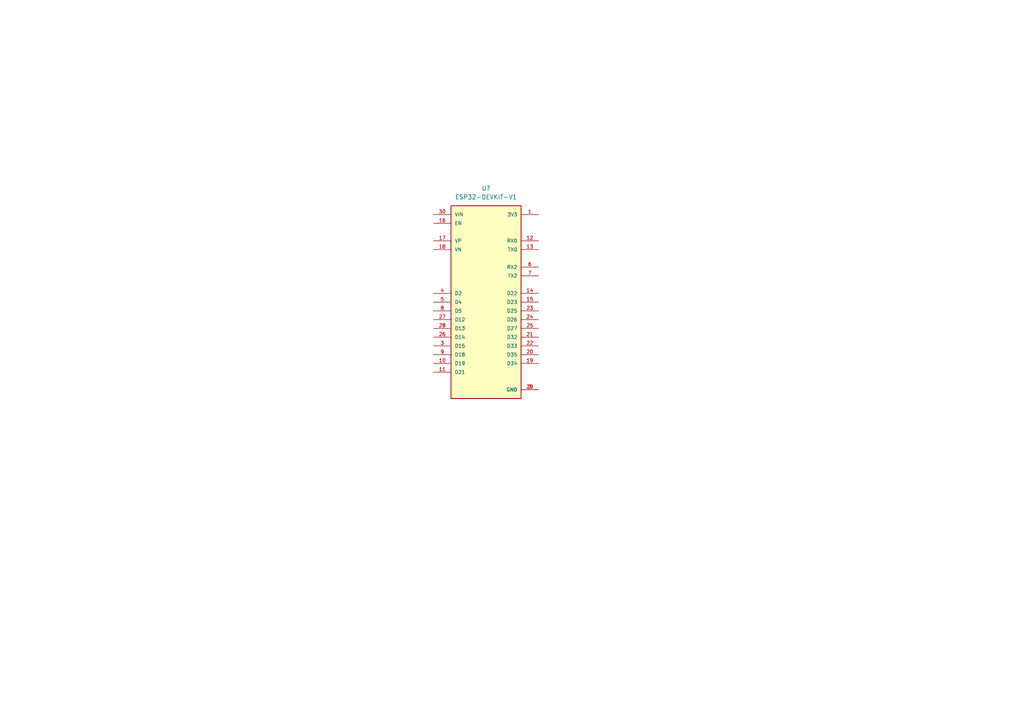
<source format=kicad_sch>
(kicad_sch (version 20211123) (generator eeschema)
  (paper "A4")
  (lib_symbols
    (symbol "ESP32-DEVKIT-V1:ESP32-DEVKIT-V1" (pin_names (offset 1.016))
      (property "Reference" "U" (at -10.16 30.48 0))
      (property "Value" "ESP32-DEVKIT-V1" (at -10.16 -30.48 0))
      (symbol "ESP32-DEVKIT-V1_0_0"
        (rectangle (start -10.16 -27.94) (end 10.16 27.94) (stroke (width 0.254)) (fill (type background)))
        (pin output line (at 15.24 25.4 180) (length 5.08) (name "3V3") (number "1"))
        (pin bidirectional line (at -15.24 -17.78 0) (length 5.08) (name "D19") (number "10"))
        (pin bidirectional line (at -15.24 -20.32 0) (length 5.08) (name "D21") (number "11"))
        (pin input line (at 15.24 17.78 180) (length 5.08) (name "RX0") (number "12"))
        (pin output line (at 15.24 15.24 180) (length 5.08) (name "TX0") (number "13"))
        (pin bidirectional line (at 15.24 2.54 180) (length 5.08) (name "D22") (number "14"))
        (pin bidirectional line (at 15.24 0 180) (length 5.08) (name "D23") (number "15"))
        (pin input line (at -15.24 22.86 0) (length 5.08) (name "EN") (number "16"))
        (pin bidirectional line (at -15.24 17.78 0) (length 5.08) (name "VP") (number "17"))
        (pin bidirectional line (at -15.24 15.24 0) (length 5.08) (name "VN") (number "18"))
        (pin bidirectional line (at 15.24 -17.78 180) (length 5.08) (name "D34") (number "19"))
        (pin power_in line (at 15.24 -25.4 180) (length 5.08) (name "GND") (number "2"))
        (pin bidirectional line (at 15.24 -15.24 180) (length 5.08) (name "D35") (number "20"))
        (pin bidirectional line (at 15.24 -10.16 180) (length 5.08) (name "D32") (number "21"))
        (pin bidirectional line (at 15.24 -12.7 180) (length 5.08) (name "D33") (number "22"))
        (pin bidirectional line (at 15.24 -2.54 180) (length 5.08) (name "D25") (number "23"))
        (pin bidirectional line (at 15.24 -5.08 180) (length 5.08) (name "D26") (number "24"))
        (pin bidirectional line (at 15.24 -7.62 180) (length 5.08) (name "D27") (number "25"))
        (pin bidirectional line (at -15.24 -10.16 0) (length 5.08) (name "D14") (number "26"))
        (pin bidirectional line (at -15.24 -5.08 0) (length 5.08) (name "D12") (number "27"))
        (pin bidirectional line (at -15.24 -7.62 0) (length 5.08) (name "D13") (number "28"))
        (pin power_in line (at 15.24 -25.4 180) (length 5.08) (name "GND") (number "29"))
        (pin bidirectional line (at -15.24 -12.7 0) (length 5.08) (name "D15") (number "3"))
        (pin input line (at -15.24 25.4 0) (length 5.08) (name "VIN") (number "30"))
        (pin bidirectional line (at -15.24 2.54 0) (length 5.08) (name "D2") (number "4"))
        (pin bidirectional line (at -15.24 0 0) (length 5.08) (name "D4") (number "5"))
        (pin input line (at 15.24 10.16 180) (length 5.08) (name "RX2") (number "6"))
        (pin output line (at 15.24 7.62 180) (length 5.08) (name "TX2") (number "7"))
        (pin bidirectional line (at -15.24 -2.54 0) (length 5.08) (name "D5") (number "8"))
        (pin bidirectional line (at -15.24 -15.24 0) (length 5.08) (name "D18") (number "9"))
      )
    )
  )
  (symbol (lib_id "ESP32-DEVKIT-V1:ESP32-DEVKIT-V1") (at 140.97 87.63 0) (unit 1)
    (property "Reference" "U?" (at 140.97 54.61 0))
    (property "Value" "ESP32-DEVKIT-V1" (at 140.97 57.15 0))
    (property "Footprint" "MODULE_ESP32_DEVKIT_V1" (effects hide))
    (property "PARTREV" "N/A" (effects hide))
    (property "MAXIMUM_PACKAGE_HEIGHT" "6.8 mm" (effects hide))
    (property "STANDARD" "Manufacturer Recommendations" (effects hide))
    (property "MANUFACTURER" "DOIT" (effects hide))
  )
)
</source>
